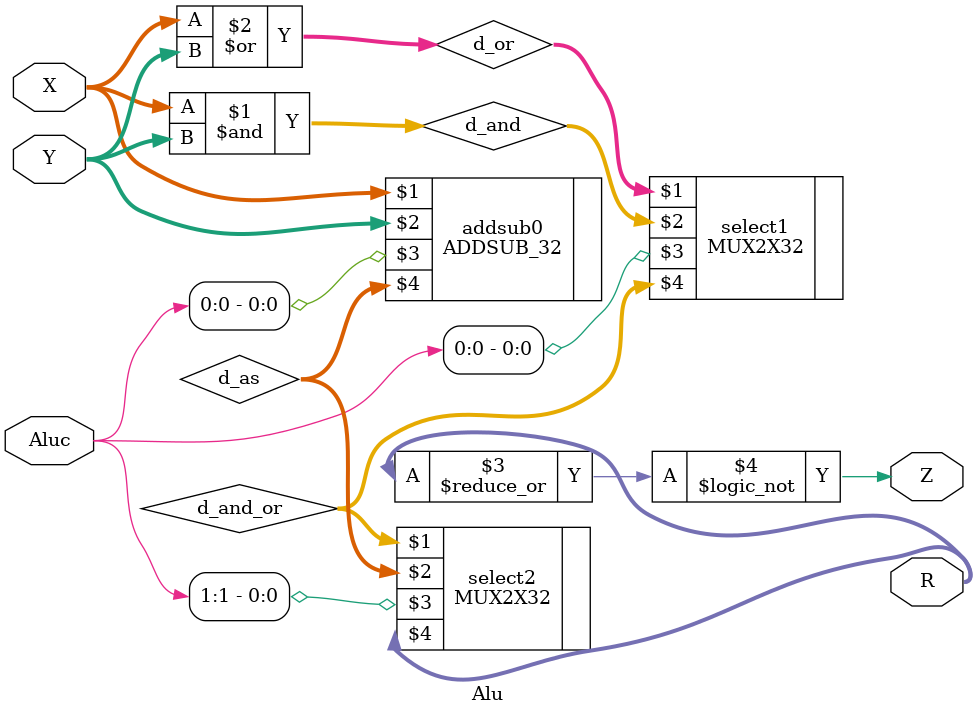
<source format=v>
`timescale 1ns / 1ps


module Alu(X,Y,Aluc,R,Z);
    input [31:0]X,Y;
    input [1:0]Aluc;
    output [31:0]R;
    output Z;
    wire [31:0]d_as,d_and,d_or,d_and_or;
    ADDSUB_32 addsub0(X,Y,Aluc[0],d_as);
    assign d_and = X & Y;
    assign d_or = X | Y;
    MUX2X32 select1(d_or,d_and,Aluc[0],d_and_or);//Aluc[0]判断操作and或者or
    MUX2X32 select2(d_and_or,d_as,Aluc[1],R);//Aluc[1]判断操作位操作或者相加减
    assign Z = ~| R;
endmodule

</source>
